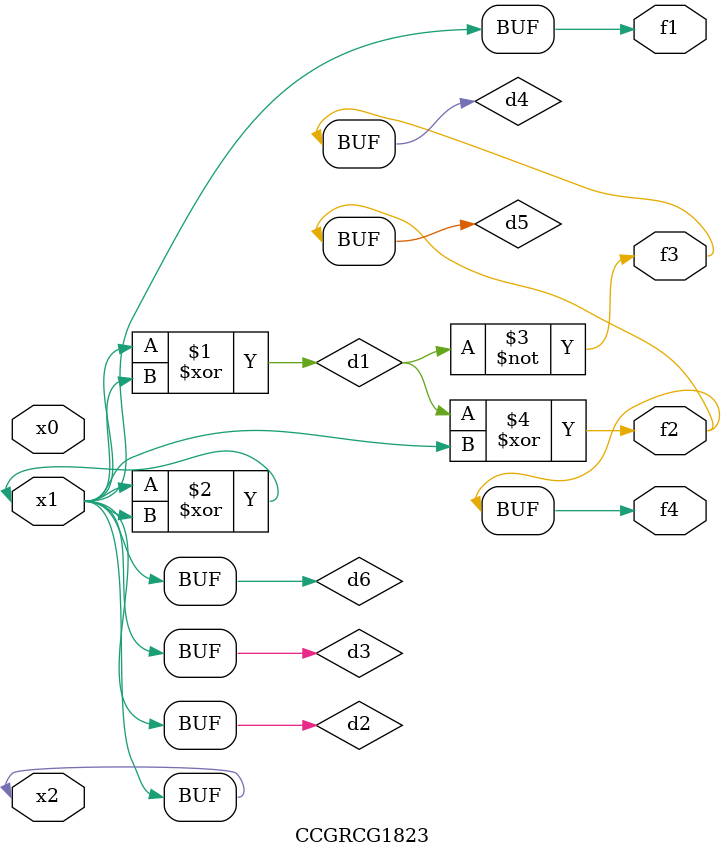
<source format=v>
module CCGRCG1823(
	input x0, x1, x2,
	output f1, f2, f3, f4
);

	wire d1, d2, d3, d4, d5, d6;

	xor (d1, x1, x2);
	buf (d2, x1, x2);
	xor (d3, x1, x2);
	nor (d4, d1);
	xor (d5, d1, d2);
	buf (d6, d2, d3);
	assign f1 = d6;
	assign f2 = d5;
	assign f3 = d4;
	assign f4 = d5;
endmodule

</source>
